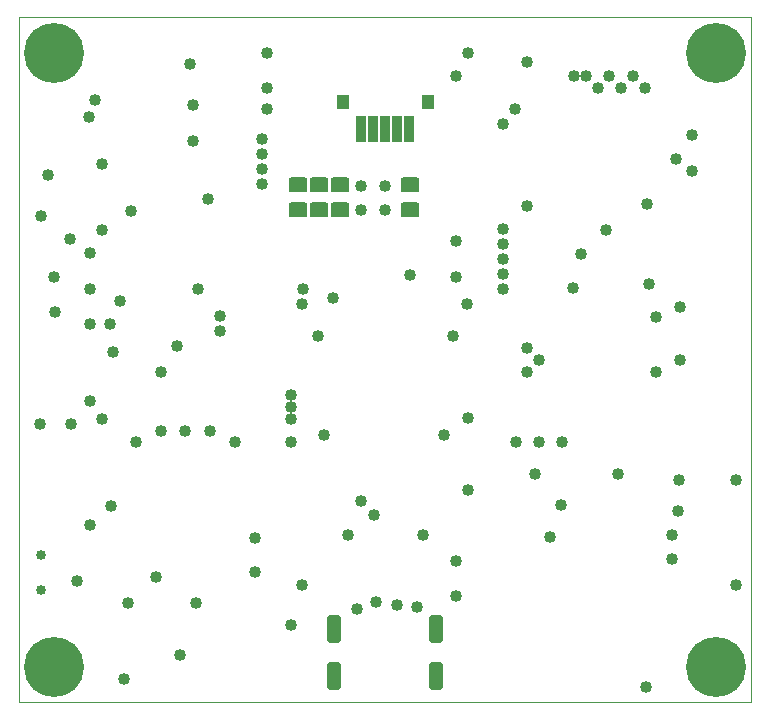
<source format=gbr>
G04 PROTEUS GERBER X2 FILE*
%TF.GenerationSoftware,Labcenter,Proteus,8.17-SP5-Build39395*%
%TF.CreationDate,2024-11-13T15:27:42+00:00*%
%TF.FileFunction,Soldermask,Bot*%
%TF.FilePolarity,Negative*%
%TF.Part,Single*%
%TF.SameCoordinates,{0a1d241a-e0a6-4a76-8978-5e44ef8297c2}*%
%FSLAX45Y45*%
%MOMM*%
G01*
%TA.AperFunction,Material*%
%ADD55C,1.016000*%
%AMPPAD052*
4,1,36,
-0.195200,1.227000,
0.195200,1.227000,
0.282210,1.218230,
0.363260,1.193060,
0.436600,1.153240,
0.500510,1.100510,
0.553240,1.036600,
0.593060,0.963260,
0.618230,0.882210,
0.627000,0.795200,
0.627000,-0.795200,
0.618230,-0.882210,
0.593060,-0.963260,
0.553240,-1.036600,
0.500510,-1.100510,
0.436600,-1.153240,
0.363260,-1.193060,
0.282210,-1.218230,
0.195200,-1.227000,
-0.195200,-1.227000,
-0.282210,-1.218230,
-0.363260,-1.193060,
-0.436600,-1.153240,
-0.500510,-1.100510,
-0.553240,-1.036600,
-0.593060,-0.963260,
-0.618230,-0.882210,
-0.627000,-0.795200,
-0.627000,0.795200,
-0.618230,0.882210,
-0.593060,0.963260,
-0.553240,1.036600,
-0.500510,1.100510,
-0.436600,1.153240,
-0.363260,1.193060,
-0.282210,1.218230,
-0.195200,1.227000,
0*%
%TA.AperFunction,Material*%
%ADD58PPAD052*%
%TA.AperFunction,Material*%
%ADD77C,0.850000*%
%TA.AperFunction,Material*%
%ADD81C,5.080000*%
%AMPPAD082*
4,1,36,
-0.762000,0.508000,
-0.762000,-0.508000,
-0.759420,-0.533590,
-0.752020,-0.557430,
-0.740310,-0.579000,
-0.724800,-0.597800,
-0.706000,-0.613310,
-0.684430,-0.625020,
-0.660590,-0.632420,
-0.635000,-0.635000,
0.635000,-0.635000,
0.660590,-0.632420,
0.684430,-0.625020,
0.706000,-0.613310,
0.724800,-0.597800,
0.740310,-0.579000,
0.752020,-0.557430,
0.759420,-0.533590,
0.762000,-0.508000,
0.762000,0.508000,
0.759420,0.533590,
0.752020,0.557430,
0.740310,0.579000,
0.724800,0.597800,
0.706000,0.613310,
0.684430,0.625020,
0.660590,0.632420,
0.635000,0.635000,
-0.635000,0.635000,
-0.660590,0.632420,
-0.684430,0.625020,
-0.706000,0.613310,
-0.724800,0.597800,
-0.740310,0.579000,
-0.752020,0.557430,
-0.759420,0.533590,
-0.762000,0.508000,
0*%
%TA.AperFunction,Material*%
%ADD92PPAD082*%
%AMPPAD083*
4,1,36,
0.300000,1.127000,
-0.300000,1.127000,
-0.325590,1.124420,
-0.349430,1.117020,
-0.371000,1.105310,
-0.389800,1.089800,
-0.405310,1.071000,
-0.417020,1.049430,
-0.424420,1.025590,
-0.427000,1.000000,
-0.427000,-1.000000,
-0.424420,-1.025590,
-0.417020,-1.049430,
-0.405310,-1.071000,
-0.389800,-1.089800,
-0.371000,-1.105310,
-0.349430,-1.117020,
-0.325590,-1.124420,
-0.300000,-1.127000,
0.300000,-1.127000,
0.325590,-1.124420,
0.349430,-1.117020,
0.371000,-1.105310,
0.389800,-1.089800,
0.405310,-1.071000,
0.417020,-1.049430,
0.424420,-1.025590,
0.427000,-1.000000,
0.427000,1.000000,
0.424420,1.025590,
0.417020,1.049430,
0.405310,1.071000,
0.389800,1.089800,
0.371000,1.105310,
0.349430,1.117020,
0.325590,1.124420,
0.300000,1.127000,
0*%
%TA.AperFunction,Material*%
%ADD93PPAD083*%
%AMPPAD084*
4,1,36,
0.375000,0.627000,
-0.375000,0.627000,
-0.400590,0.624420,
-0.424430,0.617020,
-0.446000,0.605310,
-0.464800,0.589800,
-0.480310,0.571000,
-0.492020,0.549430,
-0.499420,0.525590,
-0.502000,0.500000,
-0.502000,-0.500000,
-0.499420,-0.525590,
-0.492020,-0.549430,
-0.480310,-0.571000,
-0.464800,-0.589800,
-0.446000,-0.605310,
-0.424430,-0.617020,
-0.400590,-0.624420,
-0.375000,-0.627000,
0.375000,-0.627000,
0.400590,-0.624420,
0.424430,-0.617020,
0.446000,-0.605310,
0.464800,-0.589800,
0.480310,-0.571000,
0.492020,-0.549430,
0.499420,-0.525590,
0.502000,-0.500000,
0.502000,0.500000,
0.499420,0.525590,
0.492020,0.549430,
0.480310,0.571000,
0.464800,0.589800,
0.446000,0.605310,
0.424430,0.617020,
0.400590,0.624420,
0.375000,0.627000,
0*%
%ADD94PPAD084*%
%TA.AperFunction,Profile*%
%ADD43C,0.101600*%
%TD.AperFunction*%
D55*
X-7939907Y+5384997D03*
X-7940252Y+5511980D03*
X-8300234Y+4272345D03*
X-8300122Y+4144942D03*
X-8800000Y+3300000D03*
X-8800000Y+3800000D03*
X-8398114Y+5257935D03*
X-9700000Y+4600000D03*
X-5899936Y+4623438D03*
X-9300000Y+5000000D03*
X-4800000Y+6300000D03*
X-5900000Y+5893081D03*
X-6900000Y+5170000D03*
X-6900000Y+5370000D03*
X-7600273Y+4368634D03*
X-7100000Y+5170000D03*
X-7100000Y+5370000D03*
X-5000000Y+6300000D03*
X-5900268Y+4876823D03*
X-9300000Y+5560000D03*
X-5200000Y+6300000D03*
X-8640000Y+1400000D03*
X-9509072Y+2024082D03*
X-7599158Y+4496077D03*
X-5412946Y+2669540D03*
X-7100000Y+2700000D03*
X-6400000Y+3260000D03*
X-6990286Y+2589199D03*
X-5500000Y+2400000D03*
X-9300000Y+3400000D03*
X-9225712Y+4200452D03*
X-9147318Y+4400097D03*
X-7940155Y+5639069D03*
X-9400000Y+4200000D03*
X-9400000Y+4500000D03*
X-9400000Y+4800000D03*
X-9812491Y+5113161D03*
X-9360000Y+6100000D03*
X-5100000Y+6200000D03*
X-4900000Y+6200000D03*
X-5900000Y+4750000D03*
X-5900489Y+4495974D03*
X-4700000Y+6200000D03*
X-4610000Y+3800000D03*
X-6327783Y+4099684D03*
X-5400000Y+3200000D03*
X-5600000Y+3900000D03*
X-5700000Y+5200000D03*
X-5790000Y+3200000D03*
X-5700000Y+4000000D03*
X-5600000Y+3200000D03*
X-5700000Y+3800000D03*
X-5900000Y+5004000D03*
X-7700000Y+3600000D03*
X-4402318Y+3898946D03*
X-4402447Y+4349596D03*
X-4664053Y+4543324D03*
X-7939864Y+5765983D03*
X-4610000Y+4261362D03*
X-5241263Y+4798737D03*
X-4440000Y+5600000D03*
X-4420000Y+2620000D03*
X-5313169Y+4509120D03*
X-6200000Y+2800000D03*
X-6200000Y+3402711D03*
X-8500000Y+1840000D03*
X-9080002Y+1840000D03*
X-9400000Y+2500000D03*
X-9400000Y+3552861D03*
X-7700000Y+3500000D03*
X-8590000Y+3300000D03*
X-7700000Y+3400000D03*
X-8380000Y+3300000D03*
X-7700000Y+3200000D03*
X-9010000Y+3200000D03*
X-9200000Y+3963845D03*
X-8170000Y+3200000D03*
X-7600000Y+1990000D03*
X-7700000Y+1650000D03*
X-4300000Y+5500000D03*
X-5030000Y+5000000D03*
X-7344572Y+4420036D03*
X-6690000Y+4620000D03*
X-6973453Y+1851247D03*
X-6803120Y+1826880D03*
X-6300000Y+1900000D03*
X-4470000Y+2210000D03*
X-6630000Y+1810000D03*
X-7140000Y+1790000D03*
X-7900000Y+6500000D03*
X-6206739Y+4370000D03*
X-6300000Y+4600000D03*
X-6300000Y+4902540D03*
X-6300000Y+6300000D03*
X-6200000Y+6500000D03*
X-7900000Y+6200000D03*
X-5700000Y+6420000D03*
D58*
X-7332000Y+1223000D03*
X-7332000Y+1622990D03*
X-6468000Y+1622988D03*
X-6468000Y+1223000D03*
D55*
X-8000000Y+2100000D03*
X-8835612Y+2061008D03*
X-7900000Y+6020000D03*
X-6580000Y+2420000D03*
X-7210000Y+2420000D03*
D77*
X-9814120Y+2250000D03*
X-9814120Y+1950000D03*
D81*
X-9700000Y+1300000D03*
X-9700000Y+6500000D03*
X-4100000Y+6500000D03*
X-4100000Y+1300000D03*
D55*
X-9110000Y+1200000D03*
X-8000000Y+2390000D03*
X-9690920Y+4301060D03*
X-9562760Y+3353050D03*
X-9570000Y+4921060D03*
X-9821840Y+3353050D03*
X-7470000Y+4100000D03*
X-8480000Y+4500000D03*
X-8660000Y+4020000D03*
X-9220000Y+2660000D03*
X-8530000Y+5750000D03*
X-8530000Y+6060000D03*
X-9410000Y+5953940D03*
X-9750000Y+5460000D03*
X-9050000Y+5160000D03*
X-4930000Y+2930000D03*
X-3930000Y+1990000D03*
X-4410000Y+2880000D03*
X-4470000Y+2420000D03*
X-6300000Y+2200000D03*
X-5630000Y+2930000D03*
X-8550000Y+6400000D03*
X-5300000Y+6300000D03*
X-5800000Y+6020000D03*
X-4690000Y+1130000D03*
X-3930000Y+2880000D03*
X-4300000Y+5800000D03*
D92*
X-6690000Y+5380000D03*
X-6690000Y+5166640D03*
X-7280000Y+5380000D03*
X-7280000Y+5166640D03*
X-7460000Y+5380000D03*
X-7460000Y+5166640D03*
X-7640000Y+5380000D03*
X-7640000Y+5166640D03*
D93*
X-6700000Y+5850000D03*
X-6800000Y+5850000D03*
X-6900000Y+5850000D03*
X-7000000Y+5850000D03*
X-7100000Y+5850000D03*
D94*
X-6540000Y+6080000D03*
X-7260000Y+6080000D03*
D55*
X-7420000Y+3260000D03*
X-4680000Y+5220000D03*
D43*
X-10000000Y+1000000D02*
X-3800000Y+1000000D01*
X-3800000Y+6800000D01*
X-10000000Y+6800000D01*
X-10000000Y+1000000D01*
M02*

</source>
